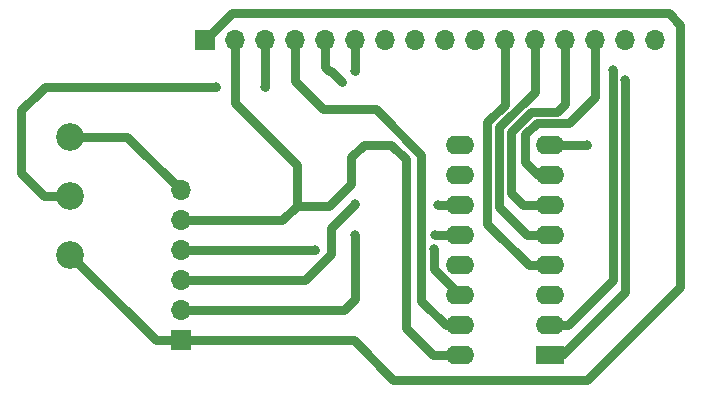
<source format=gbr>
%TF.GenerationSoftware,KiCad,Pcbnew,(6.0.7)*%
%TF.CreationDate,2023-05-11T09:52:43+08:00*%
%TF.ProjectId,ST7920 test,53543739-3230-4207-9465-73742e6b6963,rev?*%
%TF.SameCoordinates,Original*%
%TF.FileFunction,Copper,L2,Bot*%
%TF.FilePolarity,Positive*%
%FSLAX46Y46*%
G04 Gerber Fmt 4.6, Leading zero omitted, Abs format (unit mm)*
G04 Created by KiCad (PCBNEW (6.0.7)) date 2023-05-11 09:52:43*
%MOMM*%
%LPD*%
G01*
G04 APERTURE LIST*
%TA.AperFunction,ComponentPad*%
%ADD10R,1.700000X1.700000*%
%TD*%
%TA.AperFunction,ComponentPad*%
%ADD11O,1.700000X1.700000*%
%TD*%
%TA.AperFunction,ComponentPad*%
%ADD12C,2.340000*%
%TD*%
%TA.AperFunction,ComponentPad*%
%ADD13R,2.400000X1.600000*%
%TD*%
%TA.AperFunction,ComponentPad*%
%ADD14O,2.400000X1.600000*%
%TD*%
%TA.AperFunction,ViaPad*%
%ADD15C,0.800000*%
%TD*%
%TA.AperFunction,Conductor*%
%ADD16C,0.762000*%
%TD*%
G04 APERTURE END LIST*
D10*
%TO.P,J2,1,Pin_1*%
%TO.N,/GND*%
X97028000Y-88900000D03*
D11*
%TO.P,J2,2,Pin_2*%
%TO.N,/latch*%
X97028000Y-86360000D03*
%TO.P,J2,3,Pin_3*%
%TO.N,/SR clk*%
X97028000Y-83820000D03*
%TO.P,J2,4,Pin_4*%
%TO.N,/Data in*%
X97028000Y-81280000D03*
%TO.P,J2,5,Pin_5*%
%TO.N,/3.3V*%
X97028000Y-78740000D03*
%TO.P,J2,6,Pin_6*%
%TO.N,/5V*%
X97028000Y-76200000D03*
%TD*%
D12*
%TO.P,RV1,1,1*%
%TO.N,/5V*%
X87680800Y-71678800D03*
%TO.P,RV1,2,2*%
%TO.N,/Vref*%
X87680800Y-76678800D03*
%TO.P,RV1,3,3*%
%TO.N,/GND*%
X87680800Y-81678800D03*
%TD*%
D13*
%TO.P,U1,1,QB*%
%TO.N,/R{slash}W*%
X128285000Y-90155000D03*
D14*
%TO.P,U1,2,QC*%
%TO.N,/Enable*%
X128285000Y-87615000D03*
%TO.P,U1,3,QD*%
%TO.N,unconnected-(U1-Pad3)*%
X128285000Y-85075000D03*
%TO.P,U1,4,QE*%
%TO.N,/DB4*%
X128285000Y-82535000D03*
%TO.P,U1,5,QF*%
%TO.N,/DB5*%
X128285000Y-79995000D03*
%TO.P,U1,6,QG*%
%TO.N,/DB6*%
X128285000Y-77455000D03*
%TO.P,U1,7,QH*%
%TO.N,/DB7*%
X128285000Y-74915000D03*
%TO.P,U1,8,GND*%
%TO.N,/GND*%
X128285000Y-72375000D03*
%TO.P,U1,9,QH'*%
%TO.N,unconnected-(U1-Pad9)*%
X120665000Y-72375000D03*
%TO.P,U1,10,~{SRCLR}*%
%TO.N,unconnected-(U1-Pad10)*%
X120665000Y-74915000D03*
%TO.P,U1,11,SRCLK*%
%TO.N,/SR clk*%
X120665000Y-77455000D03*
%TO.P,U1,12,RCLK*%
%TO.N,/latch*%
X120665000Y-79995000D03*
%TO.P,U1,13,~{OE}*%
%TO.N,unconnected-(U1-Pad13)*%
X120665000Y-82535000D03*
%TO.P,U1,14,SER*%
%TO.N,/Data in*%
X120665000Y-85075000D03*
%TO.P,U1,15,QA*%
%TO.N,/RS*%
X120665000Y-87615000D03*
%TO.P,U1,16,VCC*%
%TO.N,/3.3V*%
X120665000Y-90155000D03*
%TD*%
D10*
%TO.P,J1,1,Pin_1*%
%TO.N,/GND*%
X99060000Y-63500000D03*
D11*
%TO.P,J1,2,Pin_2*%
%TO.N,/3.3V*%
X101600000Y-63500000D03*
%TO.P,J1,3,Pin_3*%
%TO.N,/Vref*%
X104140000Y-63500000D03*
%TO.P,J1,4,Pin_4*%
%TO.N,/RS*%
X106680000Y-63500000D03*
%TO.P,J1,5,Pin_5*%
%TO.N,/R{slash}W*%
X109220000Y-63500000D03*
%TO.P,J1,6,Pin_6*%
%TO.N,/Enable*%
X111760000Y-63500000D03*
%TO.P,J1,7,Pin_7*%
%TO.N,unconnected-(J1-Pad7)*%
X114300000Y-63500000D03*
%TO.P,J1,8,Pin_8*%
%TO.N,unconnected-(J1-Pad8)*%
X116840000Y-63500000D03*
%TO.P,J1,9,Pin_9*%
%TO.N,unconnected-(J1-Pad9)*%
X119380000Y-63500000D03*
%TO.P,J1,10,Pin_10*%
%TO.N,unconnected-(J1-Pad10)*%
X121920000Y-63500000D03*
%TO.P,J1,11,Pin_11*%
%TO.N,/DB4*%
X124460000Y-63500000D03*
%TO.P,J1,12,Pin_12*%
%TO.N,/DB5*%
X127000000Y-63500000D03*
%TO.P,J1,13,Pin_13*%
%TO.N,/DB6*%
X129540000Y-63500000D03*
%TO.P,J1,14,Pin_14*%
%TO.N,/DB7*%
X132080000Y-63500000D03*
%TO.P,J1,15,Pin_15*%
%TO.N,unconnected-(J1-Pad15)*%
X134620000Y-63500000D03*
%TO.P,J1,16,Pin_16*%
%TO.N,unconnected-(J1-Pad16)*%
X137160000Y-63500000D03*
%TD*%
D15*
%TO.N,/GND*%
X131419600Y-72339200D03*
X131419600Y-92252800D03*
%TO.N,/Vref*%
X104190800Y-67462400D03*
X100025200Y-67462400D03*
%TO.N,/R{slash}W*%
X110642400Y-67005200D03*
X134670800Y-66903600D03*
%TO.N,/Enable*%
X133604000Y-66040000D03*
X111760000Y-66090800D03*
%TO.N,/latch*%
X111760000Y-80010000D03*
X118516400Y-79959200D03*
%TO.N,/SR clk*%
X111760000Y-77368400D03*
X118770400Y-77419200D03*
%TO.N,/Data in*%
X108356400Y-81229200D03*
X118465600Y-81178400D03*
%TD*%
D16*
%TO.N,/GND*%
X94902000Y-88900000D02*
X87680800Y-81678800D01*
X111658400Y-88900000D02*
X97028000Y-88900000D01*
X139293600Y-84378800D02*
X139293600Y-62179200D01*
X131419600Y-92252800D02*
X139293600Y-84378800D01*
X101346000Y-61214000D02*
X99060000Y-63500000D01*
X139293600Y-62179200D02*
X138328400Y-61214000D01*
X131419600Y-92252800D02*
X115011200Y-92252800D01*
X138328400Y-61214000D02*
X101346000Y-61214000D01*
X131383800Y-72375000D02*
X131419600Y-72339200D01*
X97028000Y-88900000D02*
X94902000Y-88900000D01*
X115011200Y-92252800D02*
X111658400Y-88900000D01*
X128285000Y-72375000D02*
X131383800Y-72375000D01*
%TO.N,/3.3V*%
X105613200Y-78740000D02*
X97028000Y-78740000D01*
X120665000Y-90155000D02*
X118399800Y-90155000D01*
X106832400Y-77520800D02*
X105613200Y-78740000D01*
X109575600Y-77520800D02*
X106832400Y-77520800D01*
X116078000Y-73558400D02*
X114858800Y-72339200D01*
X106832400Y-74066400D02*
X106832400Y-77520800D01*
X111455200Y-73406000D02*
X111455200Y-75641200D01*
X101600000Y-63500000D02*
X101600000Y-68834000D01*
X111455200Y-75641200D02*
X109575600Y-77520800D01*
X116078000Y-87833200D02*
X116078000Y-73558400D01*
X101600000Y-68834000D02*
X106832400Y-74066400D01*
X112522000Y-72339200D02*
X111455200Y-73406000D01*
X114858800Y-72339200D02*
X112522000Y-72339200D01*
X118399800Y-90155000D02*
X116078000Y-87833200D01*
%TO.N,/Vref*%
X104190800Y-67462400D02*
X104190800Y-63550800D01*
X83515200Y-74777600D02*
X83515200Y-69443600D01*
X85191600Y-67767200D02*
X85496400Y-67462400D01*
X104190800Y-63550800D02*
X104140000Y-63500000D01*
X85416400Y-76678800D02*
X83515200Y-74777600D01*
X87680800Y-76678800D02*
X85416400Y-76678800D01*
X83515200Y-69443600D02*
X85191600Y-67767200D01*
X85496400Y-67462400D02*
X100025200Y-67462400D01*
%TO.N,/RS*%
X117398800Y-73202800D02*
X113538000Y-69342000D01*
X106680000Y-66954400D02*
X106680000Y-63500000D01*
X117398800Y-85547200D02*
X117398800Y-73202800D01*
X119466600Y-87615000D02*
X117398800Y-85547200D01*
X113538000Y-69342000D02*
X109067600Y-69342000D01*
X109067600Y-69342000D02*
X106680000Y-66954400D01*
X120665000Y-87615000D02*
X119466600Y-87615000D01*
%TO.N,/R{slash}W*%
X109778800Y-66141600D02*
X109575600Y-66141600D01*
X109575600Y-66141600D02*
X109220000Y-65786000D01*
X109220000Y-65786000D02*
X109220000Y-63500000D01*
X134670800Y-84785200D02*
X129301000Y-90155000D01*
X110642400Y-67005200D02*
X109778800Y-66141600D01*
X134670800Y-66903600D02*
X134670800Y-84785200D01*
X129301000Y-90155000D02*
X128285000Y-90155000D01*
%TO.N,/Enable*%
X133604000Y-83820000D02*
X133604000Y-66040000D01*
X111760000Y-66090800D02*
X111760000Y-63500000D01*
X128285000Y-87615000D02*
X129809000Y-87615000D01*
X129809000Y-87615000D02*
X133604000Y-83820000D01*
%TO.N,/DB4*%
X126477000Y-82535000D02*
X128285000Y-82535000D01*
X124460000Y-63500000D02*
X124460000Y-68986400D01*
X122986800Y-79044800D02*
X126477000Y-82535000D01*
X124460000Y-68986400D02*
X122986800Y-70459600D01*
X122986800Y-70459600D02*
X122986800Y-79044800D01*
%TO.N,/DB5*%
X127000000Y-67879926D02*
X124002800Y-70877126D01*
X127000000Y-63500000D02*
X127000000Y-67879926D01*
X124002800Y-70877126D02*
X124002800Y-77622400D01*
X124002800Y-77622400D02*
X126375400Y-79995000D01*
X126375400Y-79995000D02*
X128285000Y-79995000D01*
%TO.N,/DB6*%
X126695200Y-69545200D02*
X124968000Y-71272400D01*
X124968000Y-76403200D02*
X126019800Y-77455000D01*
X126019800Y-77455000D02*
X128285000Y-77455000D01*
X129540000Y-63500000D02*
X129540000Y-68888000D01*
X124968000Y-71272400D02*
X124968000Y-76403200D01*
X126698400Y-69548400D02*
X126695200Y-69545200D01*
X128879600Y-69548400D02*
X126698400Y-69548400D01*
X129540000Y-68888000D02*
X128879600Y-69548400D01*
%TO.N,/DB7*%
X126187200Y-71475600D02*
X126187200Y-73812400D01*
X129895600Y-70510400D02*
X127152400Y-70510400D01*
X127289800Y-74915000D02*
X128285000Y-74915000D01*
X132080000Y-68326000D02*
X129895600Y-70510400D01*
X132080000Y-63500000D02*
X132080000Y-68326000D01*
X127152400Y-70510400D02*
X126187200Y-71475600D01*
X126187200Y-73812400D02*
X127289800Y-74915000D01*
%TO.N,/latch*%
X111760000Y-85445600D02*
X111760000Y-80010000D01*
X120650000Y-80010000D02*
X120665000Y-79995000D01*
X110845600Y-86360000D02*
X111760000Y-85445600D01*
X120629200Y-79959200D02*
X120665000Y-79995000D01*
X97028000Y-86360000D02*
X110845600Y-86360000D01*
X118516400Y-79959200D02*
X120629200Y-79959200D01*
%TO.N,/SR clk*%
X118770400Y-77419200D02*
X118806200Y-77455000D01*
X118806200Y-77455000D02*
X120665000Y-77455000D01*
X111760000Y-77368400D02*
X109728000Y-79400400D01*
X109728000Y-79400400D02*
X109728000Y-81635600D01*
X109728000Y-81635600D02*
X107543600Y-83820000D01*
X107543600Y-83820000D02*
X97028000Y-83820000D01*
%TO.N,/Data in*%
X118465600Y-81178400D02*
X118465600Y-82875600D01*
X97028000Y-81280000D02*
X108305600Y-81280000D01*
X108305600Y-81280000D02*
X108356400Y-81229200D01*
X118465600Y-82875600D02*
X120665000Y-85075000D01*
%TO.N,/5V*%
X92506800Y-71678800D02*
X97028000Y-76200000D01*
X87680800Y-71678800D02*
X92506800Y-71678800D01*
%TD*%
M02*

</source>
